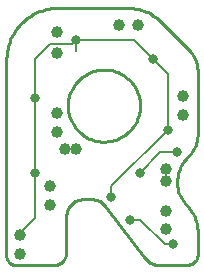
<source format=gbl>
G75*
%MOIN*%
%OFA0B0*%
%FSLAX24Y24*%
%IPPOS*%
%LPD*%
%AMOC8*
5,1,8,0,0,1.08239X$1,22.5*
%
%ADD10C,0.0100*%
%ADD11C,0.0397*%
%ADD12C,0.0060*%
%ADD13C,0.0317*%
D10*
X002671Y002579D02*
X003996Y002579D01*
X004036Y002584D01*
X004074Y002592D01*
X004112Y002604D01*
X004148Y002619D01*
X004183Y002638D01*
X004216Y002660D01*
X004247Y002684D01*
X004276Y002712D01*
X004302Y002742D01*
X004324Y002774D01*
X004344Y002808D01*
X004361Y002844D01*
X004374Y002881D01*
X004384Y002919D01*
X004390Y002958D01*
X004393Y002998D01*
X004392Y003037D01*
X004392Y004208D01*
X004394Y004254D01*
X004400Y004300D01*
X004409Y004345D01*
X004422Y004390D01*
X004439Y004433D01*
X004459Y004474D01*
X004483Y004514D01*
X004510Y004551D01*
X004540Y004587D01*
X004572Y004619D01*
X004608Y004649D01*
X004645Y004676D01*
X004685Y004700D01*
X004726Y004720D01*
X004769Y004737D01*
X004814Y004750D01*
X004859Y004759D01*
X004905Y004765D01*
X004951Y004767D01*
X005240Y004767D01*
X005684Y004547D02*
X006987Y002844D01*
X007396Y002579D02*
X008413Y002579D01*
X008450Y002581D01*
X008487Y002587D01*
X008522Y002596D01*
X008557Y002610D01*
X008590Y002626D01*
X008621Y002647D01*
X008650Y002670D01*
X008676Y002696D01*
X008699Y002725D01*
X008720Y002756D01*
X008736Y002789D01*
X008750Y002824D01*
X008759Y002859D01*
X008765Y002896D01*
X008767Y002933D01*
X008767Y003609D01*
X008390Y004581D02*
X008385Y004586D01*
X008386Y004586D02*
X008343Y004632D01*
X008302Y004680D01*
X008265Y004731D01*
X008231Y004784D01*
X008200Y004839D01*
X008172Y004896D01*
X008148Y004954D01*
X008127Y005013D01*
X008110Y005074D01*
X008097Y005136D01*
X008088Y005198D01*
X008082Y005261D01*
X008080Y005324D01*
X008454Y006204D02*
X008454Y006204D01*
X008767Y006959D02*
X008767Y009017D01*
X008457Y009764D02*
X007522Y010699D01*
X006453Y011142D02*
X004130Y011142D01*
X004129Y011142D02*
X004048Y011141D01*
X003967Y011137D01*
X003886Y011129D01*
X003806Y011117D01*
X003726Y011101D01*
X003647Y011081D01*
X003569Y011058D01*
X003493Y011031D01*
X003417Y011000D01*
X003344Y010966D01*
X003272Y010929D01*
X003202Y010888D01*
X003133Y010843D01*
X003068Y010796D01*
X003004Y010745D01*
X002943Y010692D01*
X002884Y010635D01*
X002829Y010576D01*
X002776Y010515D01*
X002726Y010450D01*
X002679Y010384D01*
X002636Y010315D01*
X002595Y010245D01*
X002559Y010172D01*
X002525Y010098D01*
X002495Y010023D01*
X002469Y009946D01*
X002447Y009868D01*
X002428Y009789D01*
X002413Y009709D01*
X002402Y009628D01*
X002395Y009547D01*
X002391Y009466D01*
X002392Y009466D02*
X002392Y002921D01*
X002390Y002889D01*
X002392Y002856D01*
X002397Y002824D01*
X002406Y002792D01*
X002418Y002762D01*
X002433Y002733D01*
X002450Y002705D01*
X002471Y002680D01*
X002494Y002657D01*
X002520Y002637D01*
X002547Y002619D01*
X002576Y002604D01*
X002607Y002593D01*
X002639Y002585D01*
X002671Y002580D01*
X005240Y004767D02*
X005287Y004765D01*
X005333Y004759D01*
X005378Y004750D01*
X005423Y004736D01*
X005467Y004719D01*
X005508Y004698D01*
X005548Y004674D01*
X005586Y004647D01*
X005621Y004617D01*
X005654Y004583D01*
X005684Y004548D01*
X008390Y004581D02*
X008438Y004529D01*
X008483Y004473D01*
X008525Y004416D01*
X008564Y004356D01*
X008600Y004294D01*
X008632Y004231D01*
X008662Y004166D01*
X008687Y004099D01*
X008710Y004031D01*
X008728Y003962D01*
X008743Y003893D01*
X008755Y003822D01*
X008762Y003751D01*
X008766Y003680D01*
X008767Y003609D01*
X007397Y002580D02*
X007351Y002587D01*
X007307Y002598D01*
X007263Y002612D01*
X007221Y002631D01*
X007181Y002652D01*
X007142Y002677D01*
X007106Y002705D01*
X007072Y002736D01*
X007041Y002770D01*
X007013Y002806D01*
X006988Y002844D01*
X008079Y005324D02*
X008081Y005389D01*
X008087Y005455D01*
X008096Y005519D01*
X008109Y005584D01*
X008125Y005647D01*
X008144Y005710D01*
X008167Y005771D01*
X008192Y005831D01*
X008221Y005890D01*
X008253Y005947D01*
X008288Y006003D01*
X008325Y006056D01*
X008366Y006108D01*
X008409Y006157D01*
X008454Y006204D01*
X008455Y006204D02*
X008499Y006251D01*
X008540Y006301D01*
X008578Y006353D01*
X008613Y006407D01*
X008645Y006463D01*
X008673Y006521D01*
X008698Y006581D01*
X008719Y006642D01*
X008736Y006704D01*
X008750Y006767D01*
X008759Y006830D01*
X008765Y006895D01*
X008767Y006959D01*
X008455Y006204D02*
X008454Y006203D01*
X008766Y009017D02*
X008764Y009081D01*
X008758Y009144D01*
X008749Y009207D01*
X008735Y009270D01*
X008718Y009331D01*
X008697Y009391D01*
X008673Y009450D01*
X008645Y009508D01*
X008614Y009563D01*
X008579Y009617D01*
X008541Y009668D01*
X008500Y009717D01*
X008457Y009764D01*
X007522Y010699D02*
X007468Y010750D01*
X007412Y010799D01*
X007354Y010844D01*
X007293Y010887D01*
X007230Y010927D01*
X007166Y010963D01*
X007099Y010997D01*
X007032Y011027D01*
X006962Y011054D01*
X006892Y011077D01*
X006820Y011097D01*
X006748Y011113D01*
X006675Y011126D01*
X006601Y011135D01*
X006527Y011140D01*
X006453Y011142D01*
X004442Y007892D02*
X004444Y007961D01*
X004450Y008030D01*
X004460Y008098D01*
X004474Y008166D01*
X004491Y008233D01*
X004513Y008299D01*
X004538Y008363D01*
X004567Y008426D01*
X004600Y008487D01*
X004636Y008546D01*
X004675Y008603D01*
X004718Y008657D01*
X004763Y008709D01*
X004812Y008759D01*
X004863Y008805D01*
X004917Y008848D01*
X004974Y008889D01*
X005032Y008925D01*
X005093Y008959D01*
X005155Y008989D01*
X005219Y009015D01*
X005284Y009037D01*
X005351Y009056D01*
X005419Y009071D01*
X005487Y009082D01*
X005556Y009089D01*
X005625Y009092D01*
X005694Y009091D01*
X005763Y009086D01*
X005831Y009077D01*
X005899Y009064D01*
X005966Y009047D01*
X006033Y009027D01*
X006097Y009002D01*
X006160Y008974D01*
X006222Y008943D01*
X006281Y008907D01*
X006339Y008869D01*
X006394Y008827D01*
X006447Y008782D01*
X006497Y008734D01*
X006544Y008684D01*
X006588Y008630D01*
X006629Y008575D01*
X006667Y008517D01*
X006701Y008457D01*
X006732Y008395D01*
X006759Y008331D01*
X006782Y008266D01*
X006802Y008200D01*
X006818Y008132D01*
X006830Y008064D01*
X006838Y007996D01*
X006842Y007927D01*
X006842Y007857D01*
X006838Y007788D01*
X006830Y007720D01*
X006818Y007652D01*
X006802Y007584D01*
X006782Y007518D01*
X006759Y007453D01*
X006732Y007389D01*
X006701Y007327D01*
X006667Y007267D01*
X006629Y007209D01*
X006588Y007154D01*
X006544Y007100D01*
X006497Y007050D01*
X006447Y007002D01*
X006394Y006957D01*
X006339Y006915D01*
X006281Y006877D01*
X006222Y006841D01*
X006160Y006810D01*
X006097Y006782D01*
X006033Y006757D01*
X005966Y006737D01*
X005899Y006720D01*
X005831Y006707D01*
X005763Y006698D01*
X005694Y006693D01*
X005625Y006692D01*
X005556Y006695D01*
X005487Y006702D01*
X005419Y006713D01*
X005351Y006728D01*
X005284Y006747D01*
X005219Y006769D01*
X005155Y006795D01*
X005093Y006825D01*
X005032Y006859D01*
X004974Y006895D01*
X004917Y006936D01*
X004863Y006979D01*
X004812Y007025D01*
X004763Y007075D01*
X004718Y007127D01*
X004675Y007181D01*
X004636Y007238D01*
X004600Y007297D01*
X004567Y007358D01*
X004538Y007421D01*
X004513Y007485D01*
X004491Y007551D01*
X004474Y007618D01*
X004460Y007686D01*
X004450Y007754D01*
X004444Y007823D01*
X004442Y007892D01*
D11*
X004079Y007642D03*
X004079Y007017D03*
X004329Y006454D03*
X004704Y006454D03*
X003829Y005204D03*
X003829Y004579D03*
X002829Y003579D03*
X002829Y002954D03*
X007704Y003767D03*
X007704Y004392D03*
X007704Y005392D03*
X007704Y005767D03*
X008267Y007579D03*
X008267Y008204D03*
X006767Y010579D03*
X006142Y010579D03*
X004079Y010329D03*
X004079Y009642D03*
D12*
X003829Y009954D02*
X004579Y009954D01*
X004704Y010079D01*
X006642Y010079D01*
X007267Y009454D01*
X007767Y008954D01*
X007767Y007079D01*
X005892Y005204D01*
X005892Y004829D01*
X006517Y004079D02*
X006853Y004079D01*
X007666Y003267D01*
X007954Y003267D01*
X006829Y005642D02*
X007517Y006329D01*
X008079Y006329D01*
X004704Y009728D02*
X004704Y010079D01*
X003829Y009954D02*
X003329Y009454D01*
X003329Y008142D01*
X003329Y005642D01*
X003329Y004142D01*
X002829Y003642D01*
X002829Y003579D01*
D13*
X003329Y005642D03*
X003329Y008142D03*
X004704Y010079D03*
X007267Y009454D03*
X007767Y007079D03*
X008079Y006329D03*
X006829Y005642D03*
X005892Y004829D03*
X006517Y004079D03*
X007954Y003267D03*
M02*

</source>
